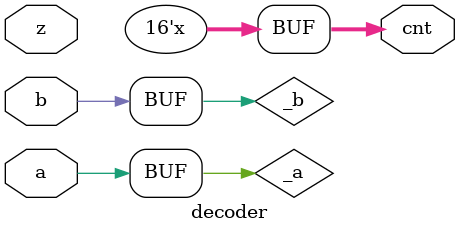
<source format=v>
module decoder(output [15:0] cnt, input a, input b, input z);
    reg [15:0] cnt = 0;
    reg forward = 0;// Current direction, used when a step is skipped
    reg _a = 0;     // Previous state of a phase
    reg _b = 0;     // Previous state of b phase
    reg achange, bchange;

    always @(a or b) begin
        // Not sure this is the best way to reuse expressions
        achange = a ^ _a;
        bchange = b ^ _b;
        if (achange & bchange) begin
            // Rotation too quick: one step skipped
            cnt <= forward ? cnt + 2 : cnt - 2;
        end else if (achange | bchange) begin
            // Normal rotation
            forward = b ^ _a;
            cnt <= forward ? cnt + 1 : cnt - 1;
        end
        _a <= a;
        _b <= b;
    end

    always @(posedge z) begin
        cnt <= 0;
    end
endmodule

</source>
